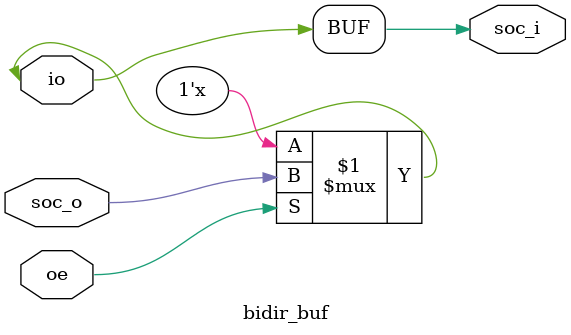
<source format=v>
 
/*##########################################################################
###
### Dummy et4351 chip (top level)
###    
###     TU Delft ET4351
###     April 2023, C.Gao, C. Frenkel
###
##########################################################################*/

module et4351 (
	input clk,
	input resetn,

	output ser_tx,
	input ser_rx,

	output flash_csb,
	output flash_clk,
	inout  flash_io0,
	inout  flash_io1,
	inout  flash_io2,
	inout  flash_io3
);

	wire flash_io0_oe, flash_io0_do, flash_io0_di;
	wire flash_io1_oe, flash_io1_do, flash_io1_di;
	wire flash_io2_oe, flash_io2_do, flash_io2_di;
	wire flash_io3_oe, flash_io3_do, flash_io3_di;

	bidir_buf flash_bufs [3:0] (
		.oe({flash_io3_oe, flash_io2_oe, flash_io1_oe, flash_io0_oe}),
		.soc_o({flash_io3_do, flash_io2_do, flash_io1_do, flash_io0_do}),
		.soc_i({flash_io3_di, flash_io2_di, flash_io1_di, flash_io0_di}),
		.io({flash_io3, flash_io2, flash_io1, flash_io0})
	);

	wire        iomem_valid;
	wire        iomem_ready;
	wire [3:0]  iomem_wstrb;
	wire [31:0] iomem_addr;
	wire [31:0] iomem_wdata;
	wire [31:0] iomem_rdata;


	// PicoSoC
	picosoc soc (
		.clk          (clk         ),
		.resetn       (resetn      ),

		.ser_tx       (ser_tx      ),
		.ser_rx       (ser_rx      ),

		.flash_csb    (flash_csb   ),
		.flash_clk    (flash_clk   ),

		.flash_io0_oe (flash_io0_oe),
		.flash_io1_oe (flash_io1_oe),
		.flash_io2_oe (flash_io2_oe),
		.flash_io3_oe (flash_io3_oe),

		.flash_io0_do (flash_io0_do),
		.flash_io1_do (flash_io1_do),
		.flash_io2_do (flash_io2_do),
		.flash_io3_do (flash_io3_do),

		.flash_io0_di (flash_io0_di),
		.flash_io1_di (flash_io1_di),
		.flash_io2_di (flash_io2_di),
		.flash_io3_di (flash_io3_di),

		.irq_5        (1'b0        ),
		.irq_6        (1'b0        ),
		.irq_7        (1'b0        ),

		.iomem_valid  (iomem_valid ),
		.iomem_ready  (iomem_ready ),
		.iomem_wstrb  (iomem_wstrb ),
		.iomem_addr   (iomem_addr  ),
		.iomem_wdata  (iomem_wdata ),
		.iomem_rdata  (iomem_rdata )
	);

	// Accelerator
	accelerator accel (
		.clk          (clk         ),
		.resetn       (resetn      ),
		.iomem_valid  (iomem_valid ),
		.iomem_ready  (iomem_ready ),
		.iomem_wstrb  (iomem_wstrb ),
		.iomem_addr   (iomem_addr  ),
		.iomem_wdata  (iomem_wdata ),
		.iomem_rdata  (iomem_rdata )
	);
	
endmodule

module bidir_buf (
	input  wire oe,
	input  wire soc_o,
	output wire soc_i,
	inout  wire io
);
	assign io = oe ? soc_o : 1'bz;
	assign soc_i = io;
endmodule

</source>
